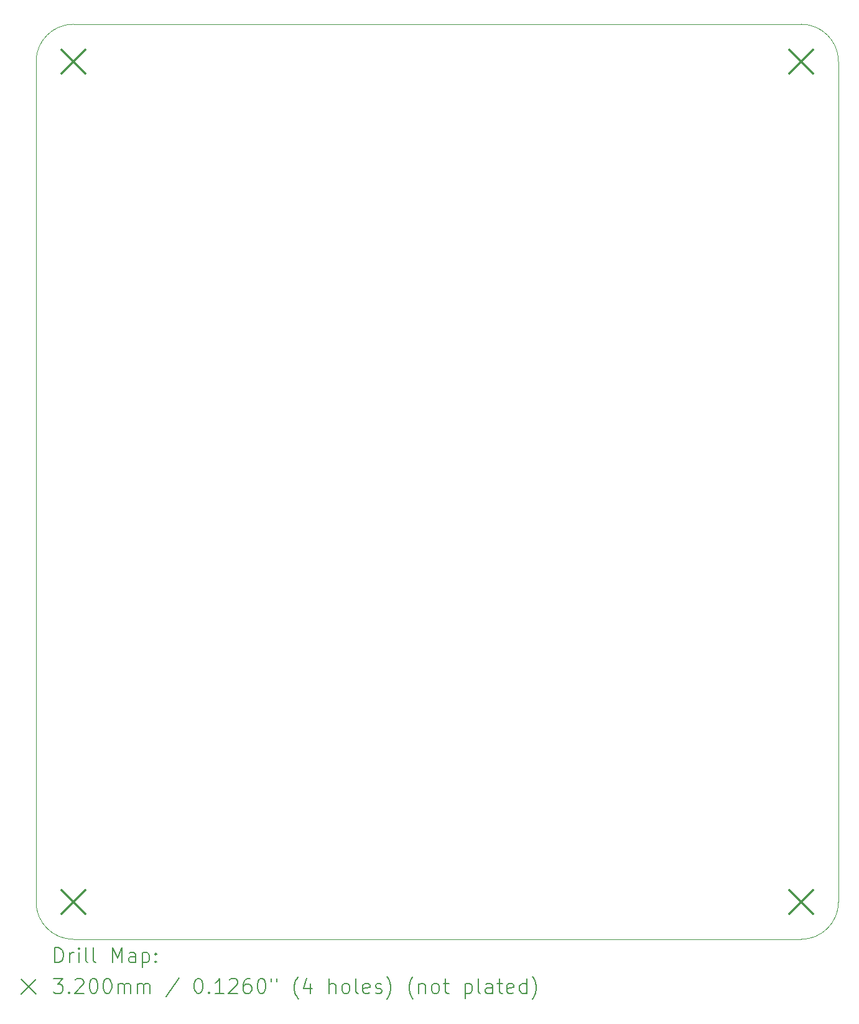
<source format=gbr>
%TF.GenerationSoftware,KiCad,Pcbnew,8.0.5*%
%TF.CreationDate,2024-10-10T19:29:24+02:00*%
%TF.ProjectId,ESC_MOTEUR_BRUSHLESS,4553435f-4d4f-4544-9555-525f42525553,rev?*%
%TF.SameCoordinates,Original*%
%TF.FileFunction,Drillmap*%
%TF.FilePolarity,Positive*%
%FSLAX45Y45*%
G04 Gerber Fmt 4.5, Leading zero omitted, Abs format (unit mm)*
G04 Created by KiCad (PCBNEW 8.0.5) date 2024-10-10 19:29:24*
%MOMM*%
%LPD*%
G01*
G04 APERTURE LIST*
%ADD10C,0.050000*%
%ADD11C,0.200000*%
%ADD12C,0.320000*%
G04 APERTURE END LIST*
D10*
X14732000Y-14986353D02*
X4826000Y-14986000D01*
X4318000Y-3048000D02*
G75*
G02*
X4826000Y-2540000I508000J0D01*
G01*
X4826000Y-14986000D02*
G75*
G02*
X4318000Y-14478000I0J508000D01*
G01*
X4318000Y-14478000D02*
X4318000Y-3048000D01*
X14732000Y-2540000D02*
G75*
G02*
X15240000Y-3048000I0J-508000D01*
G01*
X15240000Y-14478000D02*
G75*
G02*
X14732000Y-14986000I-508000J0D01*
G01*
X4826000Y-2540000D02*
X14732000Y-2540000D01*
X15240000Y-3048000D02*
X15240000Y-14478000D01*
D11*
D12*
X4666000Y-2888000D02*
X4986000Y-3208000D01*
X4986000Y-2888000D02*
X4666000Y-3208000D01*
X4666000Y-14318000D02*
X4986000Y-14638000D01*
X4986000Y-14318000D02*
X4666000Y-14638000D01*
X14572000Y-2888000D02*
X14892000Y-3208000D01*
X14892000Y-2888000D02*
X14572000Y-3208000D01*
X14572000Y-14318000D02*
X14892000Y-14638000D01*
X14892000Y-14318000D02*
X14572000Y-14638000D01*
D11*
X4576277Y-15300337D02*
X4576277Y-15100337D01*
X4576277Y-15100337D02*
X4623896Y-15100337D01*
X4623896Y-15100337D02*
X4652467Y-15109861D01*
X4652467Y-15109861D02*
X4671515Y-15128908D01*
X4671515Y-15128908D02*
X4681039Y-15147956D01*
X4681039Y-15147956D02*
X4690563Y-15186051D01*
X4690563Y-15186051D02*
X4690563Y-15214623D01*
X4690563Y-15214623D02*
X4681039Y-15252718D01*
X4681039Y-15252718D02*
X4671515Y-15271765D01*
X4671515Y-15271765D02*
X4652467Y-15290813D01*
X4652467Y-15290813D02*
X4623896Y-15300337D01*
X4623896Y-15300337D02*
X4576277Y-15300337D01*
X4776277Y-15300337D02*
X4776277Y-15167003D01*
X4776277Y-15205099D02*
X4785801Y-15186051D01*
X4785801Y-15186051D02*
X4795324Y-15176527D01*
X4795324Y-15176527D02*
X4814372Y-15167003D01*
X4814372Y-15167003D02*
X4833420Y-15167003D01*
X4900086Y-15300337D02*
X4900086Y-15167003D01*
X4900086Y-15100337D02*
X4890563Y-15109861D01*
X4890563Y-15109861D02*
X4900086Y-15119384D01*
X4900086Y-15119384D02*
X4909610Y-15109861D01*
X4909610Y-15109861D02*
X4900086Y-15100337D01*
X4900086Y-15100337D02*
X4900086Y-15119384D01*
X5023896Y-15300337D02*
X5004848Y-15290813D01*
X5004848Y-15290813D02*
X4995324Y-15271765D01*
X4995324Y-15271765D02*
X4995324Y-15100337D01*
X5128658Y-15300337D02*
X5109610Y-15290813D01*
X5109610Y-15290813D02*
X5100086Y-15271765D01*
X5100086Y-15271765D02*
X5100086Y-15100337D01*
X5357229Y-15300337D02*
X5357229Y-15100337D01*
X5357229Y-15100337D02*
X5423896Y-15243194D01*
X5423896Y-15243194D02*
X5490563Y-15100337D01*
X5490563Y-15100337D02*
X5490563Y-15300337D01*
X5671515Y-15300337D02*
X5671515Y-15195575D01*
X5671515Y-15195575D02*
X5661991Y-15176527D01*
X5661991Y-15176527D02*
X5642943Y-15167003D01*
X5642943Y-15167003D02*
X5604848Y-15167003D01*
X5604848Y-15167003D02*
X5585801Y-15176527D01*
X5671515Y-15290813D02*
X5652467Y-15300337D01*
X5652467Y-15300337D02*
X5604848Y-15300337D01*
X5604848Y-15300337D02*
X5585801Y-15290813D01*
X5585801Y-15290813D02*
X5576277Y-15271765D01*
X5576277Y-15271765D02*
X5576277Y-15252718D01*
X5576277Y-15252718D02*
X5585801Y-15233670D01*
X5585801Y-15233670D02*
X5604848Y-15224146D01*
X5604848Y-15224146D02*
X5652467Y-15224146D01*
X5652467Y-15224146D02*
X5671515Y-15214623D01*
X5766753Y-15167003D02*
X5766753Y-15367003D01*
X5766753Y-15176527D02*
X5785801Y-15167003D01*
X5785801Y-15167003D02*
X5823896Y-15167003D01*
X5823896Y-15167003D02*
X5842943Y-15176527D01*
X5842943Y-15176527D02*
X5852467Y-15186051D01*
X5852467Y-15186051D02*
X5861991Y-15205099D01*
X5861991Y-15205099D02*
X5861991Y-15262242D01*
X5861991Y-15262242D02*
X5852467Y-15281289D01*
X5852467Y-15281289D02*
X5842943Y-15290813D01*
X5842943Y-15290813D02*
X5823896Y-15300337D01*
X5823896Y-15300337D02*
X5785801Y-15300337D01*
X5785801Y-15300337D02*
X5766753Y-15290813D01*
X5947705Y-15281289D02*
X5957229Y-15290813D01*
X5957229Y-15290813D02*
X5947705Y-15300337D01*
X5947705Y-15300337D02*
X5938182Y-15290813D01*
X5938182Y-15290813D02*
X5947705Y-15281289D01*
X5947705Y-15281289D02*
X5947705Y-15300337D01*
X5947705Y-15176527D02*
X5957229Y-15186051D01*
X5957229Y-15186051D02*
X5947705Y-15195575D01*
X5947705Y-15195575D02*
X5938182Y-15186051D01*
X5938182Y-15186051D02*
X5947705Y-15176527D01*
X5947705Y-15176527D02*
X5947705Y-15195575D01*
X4115500Y-15528853D02*
X4315500Y-15728853D01*
X4315500Y-15528853D02*
X4115500Y-15728853D01*
X4557229Y-15520337D02*
X4681039Y-15520337D01*
X4681039Y-15520337D02*
X4614372Y-15596527D01*
X4614372Y-15596527D02*
X4642944Y-15596527D01*
X4642944Y-15596527D02*
X4661991Y-15606051D01*
X4661991Y-15606051D02*
X4671515Y-15615575D01*
X4671515Y-15615575D02*
X4681039Y-15634623D01*
X4681039Y-15634623D02*
X4681039Y-15682242D01*
X4681039Y-15682242D02*
X4671515Y-15701289D01*
X4671515Y-15701289D02*
X4661991Y-15710813D01*
X4661991Y-15710813D02*
X4642944Y-15720337D01*
X4642944Y-15720337D02*
X4585801Y-15720337D01*
X4585801Y-15720337D02*
X4566753Y-15710813D01*
X4566753Y-15710813D02*
X4557229Y-15701289D01*
X4766753Y-15701289D02*
X4776277Y-15710813D01*
X4776277Y-15710813D02*
X4766753Y-15720337D01*
X4766753Y-15720337D02*
X4757229Y-15710813D01*
X4757229Y-15710813D02*
X4766753Y-15701289D01*
X4766753Y-15701289D02*
X4766753Y-15720337D01*
X4852467Y-15539384D02*
X4861991Y-15529861D01*
X4861991Y-15529861D02*
X4881039Y-15520337D01*
X4881039Y-15520337D02*
X4928658Y-15520337D01*
X4928658Y-15520337D02*
X4947705Y-15529861D01*
X4947705Y-15529861D02*
X4957229Y-15539384D01*
X4957229Y-15539384D02*
X4966753Y-15558432D01*
X4966753Y-15558432D02*
X4966753Y-15577480D01*
X4966753Y-15577480D02*
X4957229Y-15606051D01*
X4957229Y-15606051D02*
X4842944Y-15720337D01*
X4842944Y-15720337D02*
X4966753Y-15720337D01*
X5090563Y-15520337D02*
X5109610Y-15520337D01*
X5109610Y-15520337D02*
X5128658Y-15529861D01*
X5128658Y-15529861D02*
X5138182Y-15539384D01*
X5138182Y-15539384D02*
X5147705Y-15558432D01*
X5147705Y-15558432D02*
X5157229Y-15596527D01*
X5157229Y-15596527D02*
X5157229Y-15644146D01*
X5157229Y-15644146D02*
X5147705Y-15682242D01*
X5147705Y-15682242D02*
X5138182Y-15701289D01*
X5138182Y-15701289D02*
X5128658Y-15710813D01*
X5128658Y-15710813D02*
X5109610Y-15720337D01*
X5109610Y-15720337D02*
X5090563Y-15720337D01*
X5090563Y-15720337D02*
X5071515Y-15710813D01*
X5071515Y-15710813D02*
X5061991Y-15701289D01*
X5061991Y-15701289D02*
X5052467Y-15682242D01*
X5052467Y-15682242D02*
X5042944Y-15644146D01*
X5042944Y-15644146D02*
X5042944Y-15596527D01*
X5042944Y-15596527D02*
X5052467Y-15558432D01*
X5052467Y-15558432D02*
X5061991Y-15539384D01*
X5061991Y-15539384D02*
X5071515Y-15529861D01*
X5071515Y-15529861D02*
X5090563Y-15520337D01*
X5281039Y-15520337D02*
X5300086Y-15520337D01*
X5300086Y-15520337D02*
X5319134Y-15529861D01*
X5319134Y-15529861D02*
X5328658Y-15539384D01*
X5328658Y-15539384D02*
X5338182Y-15558432D01*
X5338182Y-15558432D02*
X5347705Y-15596527D01*
X5347705Y-15596527D02*
X5347705Y-15644146D01*
X5347705Y-15644146D02*
X5338182Y-15682242D01*
X5338182Y-15682242D02*
X5328658Y-15701289D01*
X5328658Y-15701289D02*
X5319134Y-15710813D01*
X5319134Y-15710813D02*
X5300086Y-15720337D01*
X5300086Y-15720337D02*
X5281039Y-15720337D01*
X5281039Y-15720337D02*
X5261991Y-15710813D01*
X5261991Y-15710813D02*
X5252467Y-15701289D01*
X5252467Y-15701289D02*
X5242944Y-15682242D01*
X5242944Y-15682242D02*
X5233420Y-15644146D01*
X5233420Y-15644146D02*
X5233420Y-15596527D01*
X5233420Y-15596527D02*
X5242944Y-15558432D01*
X5242944Y-15558432D02*
X5252467Y-15539384D01*
X5252467Y-15539384D02*
X5261991Y-15529861D01*
X5261991Y-15529861D02*
X5281039Y-15520337D01*
X5433420Y-15720337D02*
X5433420Y-15587003D01*
X5433420Y-15606051D02*
X5442944Y-15596527D01*
X5442944Y-15596527D02*
X5461991Y-15587003D01*
X5461991Y-15587003D02*
X5490563Y-15587003D01*
X5490563Y-15587003D02*
X5509610Y-15596527D01*
X5509610Y-15596527D02*
X5519134Y-15615575D01*
X5519134Y-15615575D02*
X5519134Y-15720337D01*
X5519134Y-15615575D02*
X5528658Y-15596527D01*
X5528658Y-15596527D02*
X5547705Y-15587003D01*
X5547705Y-15587003D02*
X5576277Y-15587003D01*
X5576277Y-15587003D02*
X5595324Y-15596527D01*
X5595324Y-15596527D02*
X5604848Y-15615575D01*
X5604848Y-15615575D02*
X5604848Y-15720337D01*
X5700086Y-15720337D02*
X5700086Y-15587003D01*
X5700086Y-15606051D02*
X5709610Y-15596527D01*
X5709610Y-15596527D02*
X5728658Y-15587003D01*
X5728658Y-15587003D02*
X5757229Y-15587003D01*
X5757229Y-15587003D02*
X5776277Y-15596527D01*
X5776277Y-15596527D02*
X5785801Y-15615575D01*
X5785801Y-15615575D02*
X5785801Y-15720337D01*
X5785801Y-15615575D02*
X5795324Y-15596527D01*
X5795324Y-15596527D02*
X5814372Y-15587003D01*
X5814372Y-15587003D02*
X5842943Y-15587003D01*
X5842943Y-15587003D02*
X5861991Y-15596527D01*
X5861991Y-15596527D02*
X5871515Y-15615575D01*
X5871515Y-15615575D02*
X5871515Y-15720337D01*
X6261991Y-15510813D02*
X6090563Y-15767956D01*
X6519134Y-15520337D02*
X6538182Y-15520337D01*
X6538182Y-15520337D02*
X6557229Y-15529861D01*
X6557229Y-15529861D02*
X6566753Y-15539384D01*
X6566753Y-15539384D02*
X6576277Y-15558432D01*
X6576277Y-15558432D02*
X6585801Y-15596527D01*
X6585801Y-15596527D02*
X6585801Y-15644146D01*
X6585801Y-15644146D02*
X6576277Y-15682242D01*
X6576277Y-15682242D02*
X6566753Y-15701289D01*
X6566753Y-15701289D02*
X6557229Y-15710813D01*
X6557229Y-15710813D02*
X6538182Y-15720337D01*
X6538182Y-15720337D02*
X6519134Y-15720337D01*
X6519134Y-15720337D02*
X6500086Y-15710813D01*
X6500086Y-15710813D02*
X6490563Y-15701289D01*
X6490563Y-15701289D02*
X6481039Y-15682242D01*
X6481039Y-15682242D02*
X6471515Y-15644146D01*
X6471515Y-15644146D02*
X6471515Y-15596527D01*
X6471515Y-15596527D02*
X6481039Y-15558432D01*
X6481039Y-15558432D02*
X6490563Y-15539384D01*
X6490563Y-15539384D02*
X6500086Y-15529861D01*
X6500086Y-15529861D02*
X6519134Y-15520337D01*
X6671515Y-15701289D02*
X6681039Y-15710813D01*
X6681039Y-15710813D02*
X6671515Y-15720337D01*
X6671515Y-15720337D02*
X6661991Y-15710813D01*
X6661991Y-15710813D02*
X6671515Y-15701289D01*
X6671515Y-15701289D02*
X6671515Y-15720337D01*
X6871515Y-15720337D02*
X6757229Y-15720337D01*
X6814372Y-15720337D02*
X6814372Y-15520337D01*
X6814372Y-15520337D02*
X6795325Y-15548908D01*
X6795325Y-15548908D02*
X6776277Y-15567956D01*
X6776277Y-15567956D02*
X6757229Y-15577480D01*
X6947706Y-15539384D02*
X6957229Y-15529861D01*
X6957229Y-15529861D02*
X6976277Y-15520337D01*
X6976277Y-15520337D02*
X7023896Y-15520337D01*
X7023896Y-15520337D02*
X7042944Y-15529861D01*
X7042944Y-15529861D02*
X7052467Y-15539384D01*
X7052467Y-15539384D02*
X7061991Y-15558432D01*
X7061991Y-15558432D02*
X7061991Y-15577480D01*
X7061991Y-15577480D02*
X7052467Y-15606051D01*
X7052467Y-15606051D02*
X6938182Y-15720337D01*
X6938182Y-15720337D02*
X7061991Y-15720337D01*
X7233420Y-15520337D02*
X7195325Y-15520337D01*
X7195325Y-15520337D02*
X7176277Y-15529861D01*
X7176277Y-15529861D02*
X7166753Y-15539384D01*
X7166753Y-15539384D02*
X7147706Y-15567956D01*
X7147706Y-15567956D02*
X7138182Y-15606051D01*
X7138182Y-15606051D02*
X7138182Y-15682242D01*
X7138182Y-15682242D02*
X7147706Y-15701289D01*
X7147706Y-15701289D02*
X7157229Y-15710813D01*
X7157229Y-15710813D02*
X7176277Y-15720337D01*
X7176277Y-15720337D02*
X7214372Y-15720337D01*
X7214372Y-15720337D02*
X7233420Y-15710813D01*
X7233420Y-15710813D02*
X7242944Y-15701289D01*
X7242944Y-15701289D02*
X7252467Y-15682242D01*
X7252467Y-15682242D02*
X7252467Y-15634623D01*
X7252467Y-15634623D02*
X7242944Y-15615575D01*
X7242944Y-15615575D02*
X7233420Y-15606051D01*
X7233420Y-15606051D02*
X7214372Y-15596527D01*
X7214372Y-15596527D02*
X7176277Y-15596527D01*
X7176277Y-15596527D02*
X7157229Y-15606051D01*
X7157229Y-15606051D02*
X7147706Y-15615575D01*
X7147706Y-15615575D02*
X7138182Y-15634623D01*
X7376277Y-15520337D02*
X7395325Y-15520337D01*
X7395325Y-15520337D02*
X7414372Y-15529861D01*
X7414372Y-15529861D02*
X7423896Y-15539384D01*
X7423896Y-15539384D02*
X7433420Y-15558432D01*
X7433420Y-15558432D02*
X7442944Y-15596527D01*
X7442944Y-15596527D02*
X7442944Y-15644146D01*
X7442944Y-15644146D02*
X7433420Y-15682242D01*
X7433420Y-15682242D02*
X7423896Y-15701289D01*
X7423896Y-15701289D02*
X7414372Y-15710813D01*
X7414372Y-15710813D02*
X7395325Y-15720337D01*
X7395325Y-15720337D02*
X7376277Y-15720337D01*
X7376277Y-15720337D02*
X7357229Y-15710813D01*
X7357229Y-15710813D02*
X7347706Y-15701289D01*
X7347706Y-15701289D02*
X7338182Y-15682242D01*
X7338182Y-15682242D02*
X7328658Y-15644146D01*
X7328658Y-15644146D02*
X7328658Y-15596527D01*
X7328658Y-15596527D02*
X7338182Y-15558432D01*
X7338182Y-15558432D02*
X7347706Y-15539384D01*
X7347706Y-15539384D02*
X7357229Y-15529861D01*
X7357229Y-15529861D02*
X7376277Y-15520337D01*
X7519134Y-15520337D02*
X7519134Y-15558432D01*
X7595325Y-15520337D02*
X7595325Y-15558432D01*
X7890563Y-15796527D02*
X7881039Y-15787003D01*
X7881039Y-15787003D02*
X7861991Y-15758432D01*
X7861991Y-15758432D02*
X7852468Y-15739384D01*
X7852468Y-15739384D02*
X7842944Y-15710813D01*
X7842944Y-15710813D02*
X7833420Y-15663194D01*
X7833420Y-15663194D02*
X7833420Y-15625099D01*
X7833420Y-15625099D02*
X7842944Y-15577480D01*
X7842944Y-15577480D02*
X7852468Y-15548908D01*
X7852468Y-15548908D02*
X7861991Y-15529861D01*
X7861991Y-15529861D02*
X7881039Y-15501289D01*
X7881039Y-15501289D02*
X7890563Y-15491765D01*
X8052468Y-15587003D02*
X8052468Y-15720337D01*
X8004848Y-15510813D02*
X7957229Y-15653670D01*
X7957229Y-15653670D02*
X8081039Y-15653670D01*
X8309610Y-15720337D02*
X8309610Y-15520337D01*
X8395325Y-15720337D02*
X8395325Y-15615575D01*
X8395325Y-15615575D02*
X8385801Y-15596527D01*
X8385801Y-15596527D02*
X8366753Y-15587003D01*
X8366753Y-15587003D02*
X8338182Y-15587003D01*
X8338182Y-15587003D02*
X8319134Y-15596527D01*
X8319134Y-15596527D02*
X8309610Y-15606051D01*
X8519134Y-15720337D02*
X8500087Y-15710813D01*
X8500087Y-15710813D02*
X8490563Y-15701289D01*
X8490563Y-15701289D02*
X8481039Y-15682242D01*
X8481039Y-15682242D02*
X8481039Y-15625099D01*
X8481039Y-15625099D02*
X8490563Y-15606051D01*
X8490563Y-15606051D02*
X8500087Y-15596527D01*
X8500087Y-15596527D02*
X8519134Y-15587003D01*
X8519134Y-15587003D02*
X8547706Y-15587003D01*
X8547706Y-15587003D02*
X8566753Y-15596527D01*
X8566753Y-15596527D02*
X8576277Y-15606051D01*
X8576277Y-15606051D02*
X8585801Y-15625099D01*
X8585801Y-15625099D02*
X8585801Y-15682242D01*
X8585801Y-15682242D02*
X8576277Y-15701289D01*
X8576277Y-15701289D02*
X8566753Y-15710813D01*
X8566753Y-15710813D02*
X8547706Y-15720337D01*
X8547706Y-15720337D02*
X8519134Y-15720337D01*
X8700087Y-15720337D02*
X8681039Y-15710813D01*
X8681039Y-15710813D02*
X8671515Y-15691765D01*
X8671515Y-15691765D02*
X8671515Y-15520337D01*
X8852468Y-15710813D02*
X8833420Y-15720337D01*
X8833420Y-15720337D02*
X8795325Y-15720337D01*
X8795325Y-15720337D02*
X8776277Y-15710813D01*
X8776277Y-15710813D02*
X8766753Y-15691765D01*
X8766753Y-15691765D02*
X8766753Y-15615575D01*
X8766753Y-15615575D02*
X8776277Y-15596527D01*
X8776277Y-15596527D02*
X8795325Y-15587003D01*
X8795325Y-15587003D02*
X8833420Y-15587003D01*
X8833420Y-15587003D02*
X8852468Y-15596527D01*
X8852468Y-15596527D02*
X8861992Y-15615575D01*
X8861992Y-15615575D02*
X8861992Y-15634623D01*
X8861992Y-15634623D02*
X8766753Y-15653670D01*
X8938182Y-15710813D02*
X8957230Y-15720337D01*
X8957230Y-15720337D02*
X8995325Y-15720337D01*
X8995325Y-15720337D02*
X9014373Y-15710813D01*
X9014373Y-15710813D02*
X9023896Y-15691765D01*
X9023896Y-15691765D02*
X9023896Y-15682242D01*
X9023896Y-15682242D02*
X9014373Y-15663194D01*
X9014373Y-15663194D02*
X8995325Y-15653670D01*
X8995325Y-15653670D02*
X8966753Y-15653670D01*
X8966753Y-15653670D02*
X8947706Y-15644146D01*
X8947706Y-15644146D02*
X8938182Y-15625099D01*
X8938182Y-15625099D02*
X8938182Y-15615575D01*
X8938182Y-15615575D02*
X8947706Y-15596527D01*
X8947706Y-15596527D02*
X8966753Y-15587003D01*
X8966753Y-15587003D02*
X8995325Y-15587003D01*
X8995325Y-15587003D02*
X9014373Y-15596527D01*
X9090563Y-15796527D02*
X9100087Y-15787003D01*
X9100087Y-15787003D02*
X9119134Y-15758432D01*
X9119134Y-15758432D02*
X9128658Y-15739384D01*
X9128658Y-15739384D02*
X9138182Y-15710813D01*
X9138182Y-15710813D02*
X9147706Y-15663194D01*
X9147706Y-15663194D02*
X9147706Y-15625099D01*
X9147706Y-15625099D02*
X9138182Y-15577480D01*
X9138182Y-15577480D02*
X9128658Y-15548908D01*
X9128658Y-15548908D02*
X9119134Y-15529861D01*
X9119134Y-15529861D02*
X9100087Y-15501289D01*
X9100087Y-15501289D02*
X9090563Y-15491765D01*
X9452468Y-15796527D02*
X9442944Y-15787003D01*
X9442944Y-15787003D02*
X9423896Y-15758432D01*
X9423896Y-15758432D02*
X9414373Y-15739384D01*
X9414373Y-15739384D02*
X9404849Y-15710813D01*
X9404849Y-15710813D02*
X9395325Y-15663194D01*
X9395325Y-15663194D02*
X9395325Y-15625099D01*
X9395325Y-15625099D02*
X9404849Y-15577480D01*
X9404849Y-15577480D02*
X9414373Y-15548908D01*
X9414373Y-15548908D02*
X9423896Y-15529861D01*
X9423896Y-15529861D02*
X9442944Y-15501289D01*
X9442944Y-15501289D02*
X9452468Y-15491765D01*
X9528658Y-15587003D02*
X9528658Y-15720337D01*
X9528658Y-15606051D02*
X9538182Y-15596527D01*
X9538182Y-15596527D02*
X9557230Y-15587003D01*
X9557230Y-15587003D02*
X9585801Y-15587003D01*
X9585801Y-15587003D02*
X9604849Y-15596527D01*
X9604849Y-15596527D02*
X9614373Y-15615575D01*
X9614373Y-15615575D02*
X9614373Y-15720337D01*
X9738182Y-15720337D02*
X9719134Y-15710813D01*
X9719134Y-15710813D02*
X9709611Y-15701289D01*
X9709611Y-15701289D02*
X9700087Y-15682242D01*
X9700087Y-15682242D02*
X9700087Y-15625099D01*
X9700087Y-15625099D02*
X9709611Y-15606051D01*
X9709611Y-15606051D02*
X9719134Y-15596527D01*
X9719134Y-15596527D02*
X9738182Y-15587003D01*
X9738182Y-15587003D02*
X9766754Y-15587003D01*
X9766754Y-15587003D02*
X9785801Y-15596527D01*
X9785801Y-15596527D02*
X9795325Y-15606051D01*
X9795325Y-15606051D02*
X9804849Y-15625099D01*
X9804849Y-15625099D02*
X9804849Y-15682242D01*
X9804849Y-15682242D02*
X9795325Y-15701289D01*
X9795325Y-15701289D02*
X9785801Y-15710813D01*
X9785801Y-15710813D02*
X9766754Y-15720337D01*
X9766754Y-15720337D02*
X9738182Y-15720337D01*
X9861992Y-15587003D02*
X9938182Y-15587003D01*
X9890563Y-15520337D02*
X9890563Y-15691765D01*
X9890563Y-15691765D02*
X9900087Y-15710813D01*
X9900087Y-15710813D02*
X9919134Y-15720337D01*
X9919134Y-15720337D02*
X9938182Y-15720337D01*
X10157230Y-15587003D02*
X10157230Y-15787003D01*
X10157230Y-15596527D02*
X10176277Y-15587003D01*
X10176277Y-15587003D02*
X10214373Y-15587003D01*
X10214373Y-15587003D02*
X10233420Y-15596527D01*
X10233420Y-15596527D02*
X10242944Y-15606051D01*
X10242944Y-15606051D02*
X10252468Y-15625099D01*
X10252468Y-15625099D02*
X10252468Y-15682242D01*
X10252468Y-15682242D02*
X10242944Y-15701289D01*
X10242944Y-15701289D02*
X10233420Y-15710813D01*
X10233420Y-15710813D02*
X10214373Y-15720337D01*
X10214373Y-15720337D02*
X10176277Y-15720337D01*
X10176277Y-15720337D02*
X10157230Y-15710813D01*
X10366754Y-15720337D02*
X10347706Y-15710813D01*
X10347706Y-15710813D02*
X10338182Y-15691765D01*
X10338182Y-15691765D02*
X10338182Y-15520337D01*
X10528658Y-15720337D02*
X10528658Y-15615575D01*
X10528658Y-15615575D02*
X10519135Y-15596527D01*
X10519135Y-15596527D02*
X10500087Y-15587003D01*
X10500087Y-15587003D02*
X10461992Y-15587003D01*
X10461992Y-15587003D02*
X10442944Y-15596527D01*
X10528658Y-15710813D02*
X10509611Y-15720337D01*
X10509611Y-15720337D02*
X10461992Y-15720337D01*
X10461992Y-15720337D02*
X10442944Y-15710813D01*
X10442944Y-15710813D02*
X10433420Y-15691765D01*
X10433420Y-15691765D02*
X10433420Y-15672718D01*
X10433420Y-15672718D02*
X10442944Y-15653670D01*
X10442944Y-15653670D02*
X10461992Y-15644146D01*
X10461992Y-15644146D02*
X10509611Y-15644146D01*
X10509611Y-15644146D02*
X10528658Y-15634623D01*
X10595325Y-15587003D02*
X10671515Y-15587003D01*
X10623896Y-15520337D02*
X10623896Y-15691765D01*
X10623896Y-15691765D02*
X10633420Y-15710813D01*
X10633420Y-15710813D02*
X10652468Y-15720337D01*
X10652468Y-15720337D02*
X10671515Y-15720337D01*
X10814373Y-15710813D02*
X10795325Y-15720337D01*
X10795325Y-15720337D02*
X10757230Y-15720337D01*
X10757230Y-15720337D02*
X10738182Y-15710813D01*
X10738182Y-15710813D02*
X10728658Y-15691765D01*
X10728658Y-15691765D02*
X10728658Y-15615575D01*
X10728658Y-15615575D02*
X10738182Y-15596527D01*
X10738182Y-15596527D02*
X10757230Y-15587003D01*
X10757230Y-15587003D02*
X10795325Y-15587003D01*
X10795325Y-15587003D02*
X10814373Y-15596527D01*
X10814373Y-15596527D02*
X10823896Y-15615575D01*
X10823896Y-15615575D02*
X10823896Y-15634623D01*
X10823896Y-15634623D02*
X10728658Y-15653670D01*
X10995325Y-15720337D02*
X10995325Y-15520337D01*
X10995325Y-15710813D02*
X10976277Y-15720337D01*
X10976277Y-15720337D02*
X10938182Y-15720337D01*
X10938182Y-15720337D02*
X10919135Y-15710813D01*
X10919135Y-15710813D02*
X10909611Y-15701289D01*
X10909611Y-15701289D02*
X10900087Y-15682242D01*
X10900087Y-15682242D02*
X10900087Y-15625099D01*
X10900087Y-15625099D02*
X10909611Y-15606051D01*
X10909611Y-15606051D02*
X10919135Y-15596527D01*
X10919135Y-15596527D02*
X10938182Y-15587003D01*
X10938182Y-15587003D02*
X10976277Y-15587003D01*
X10976277Y-15587003D02*
X10995325Y-15596527D01*
X11071516Y-15796527D02*
X11081039Y-15787003D01*
X11081039Y-15787003D02*
X11100087Y-15758432D01*
X11100087Y-15758432D02*
X11109611Y-15739384D01*
X11109611Y-15739384D02*
X11119135Y-15710813D01*
X11119135Y-15710813D02*
X11128658Y-15663194D01*
X11128658Y-15663194D02*
X11128658Y-15625099D01*
X11128658Y-15625099D02*
X11119135Y-15577480D01*
X11119135Y-15577480D02*
X11109611Y-15548908D01*
X11109611Y-15548908D02*
X11100087Y-15529861D01*
X11100087Y-15529861D02*
X11081039Y-15501289D01*
X11081039Y-15501289D02*
X11071516Y-15491765D01*
M02*

</source>
